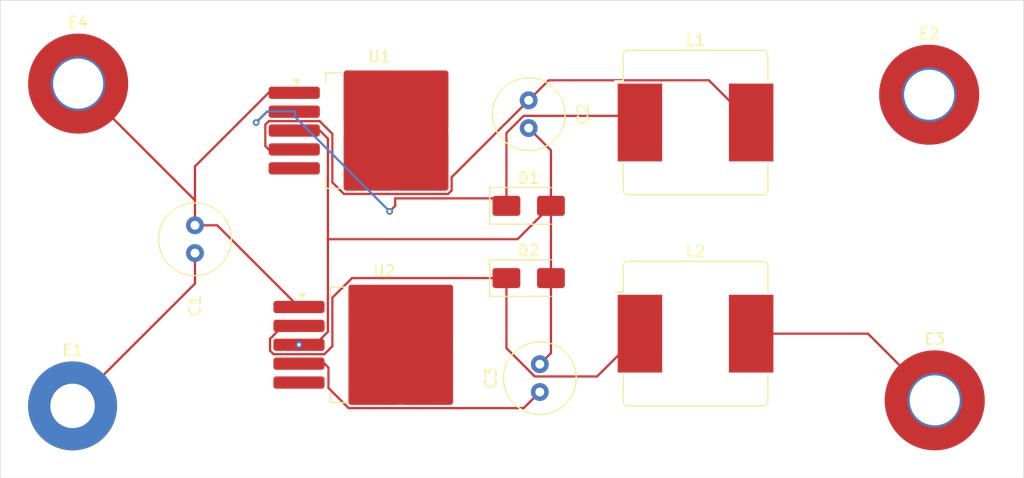
<source format=kicad_pcb>
(kicad_pcb (version 20240108) (generator "pcbnew") (generator_version "8.0")
  (layers (0 "F.Cu" signal) (31 "B.Cu" signal) (34 "B.Paste" user) (35 "F.Paste" user) (36 "B.SilkS" user "B.Silkscreen") (37 "F.SilkS" user "F.Silkscreen") (38 "B.Mask" user) (39 "F.Mask" user) (44 "Edge.Cuts" user))
  (net 0 "")
  (net 1 "GND")
  (net 2 "Net-(U1-VIN)")
  (net 3 "Net-(U1-FB)")
  (net 4 "<NO NET>")
  (net 5 "Net-(U2-FB)")
  (net 6 "Net-(D1-K)")
  (net 7 "Net-(D2-K)")
  (footprint "Package_TO_SOT_SMD:TO-263-5_TabPin3" (layer "F.Cu") (at 117 100.5)
    (property "Reference" "U2" (at 0 -6.65 0) (layer "F.SilkS"))
    (property "Value" "LM2596S-5")
    (fp_line (start -4.825 -5.2) (end -4.825 -4.25) (stroke (width 0.12)) (layer "F.SilkS"))
    (fp_line (start -4.825 5.2) (end -4.825 4.25) (stroke (width 0.12)) (layer "F.SilkS"))
    (fp_line (start -3.325 -5.2) (end -4.825 -5.2) (stroke (width 0.12)) (layer "F.SilkS"))
    (fp_line (start -3.325 5.2) (end -4.825 5.2) (stroke (width 0.12)) (layer "F.SilkS"))
    (fp_poly (pts (xy -7.3875 -4.25) (xy -7.6275 -4.58) (xy -7.1475 -4.58) (xy -7.3875 -4.25)) (stroke (width 0.12)) (fill solid) (layer "F.SilkS"))
    (pad "1" smd roundrect (at -7.65 -3.4) (size 4.6 1.1) (layers "F.Cu" "F.Paste" "F.Mask") (roundrect_rratio 0.227273) (net 2 "Net-(U1-VIN)"))
    (pad "2" smd roundrect (at -7.65 -1.7) (size 4.6 1.1) (layers "F.Cu" "F.Paste" "F.Mask") (roundrect_rratio 0.227273) (net 7 "Net-(D2-K)"))
    (pad "3" smd roundrect (at -7.65 0) (size 4.6 1.1) (layers "F.Cu" "F.Paste" "F.Mask") (roundrect_rratio 0.227273) (net 4 "<NO NET>"))
    (pad "3" smd roundrect (at -0.925 -2.775) (size 4.55 5.25) (layers "F.Cu" "F.Paste") (roundrect_rratio 0.054945) (net 4 "<NO NET>"))
    (pad "3" smd roundrect (at -0.925 2.775) (size 4.55 5.25) (layers "F.Cu" "F.Paste") (roundrect_rratio 0.054945) (net 4 "<NO NET>"))
    (pad "3" smd roundrect (at 1.5 0) (size 9.4 10.8) (layers "F.Cu" "F.Mask") (roundrect_rratio 0.026596) (net 4 "<NO NET>"))
    (pad "3" smd roundrect (at 3.925 -2.775) (size 4.55 5.25) (layers "F.Cu" "F.Paste") (roundrect_rratio 0.054945) (net 4 "<NO NET>"))
    (pad "3" smd roundrect (at 3.925 2.775) (size 4.55 5.25) (layers "F.Cu" "F.Paste") (roundrect_rratio 0.054945) (net 4 "<NO NET>"))
    (pad "4" smd roundrect (at -7.65 1.7) (size 4.6 1.1) (layers "F.Cu" "F.Paste" "F.Mask") (roundrect_rratio 0.227273) (net 5 "Net-(U2-FB)"))
    (pad "5" smd roundrect (at -7.65 3.4) (size 4.6 1.1) (layers "F.Cu" "F.Paste" "F.Mask") (roundrect_rratio 0.227273) (net 4 "<NO NET>"))
  )
  (footprint "Capacitor_THT:C_Radial_D6.3mm_H5.0mm_P2.50mm" (layer "F.Cu") (at 100 89.75 -90)
    (property "Reference" "C1" (at 7.25 0 90) (layer "F.SilkS"))
    (property "Value" "100 uF")
    (fp_circle (center 1.25 0) (end 4.52 0) (stroke (width 0.12)) (fill none) (layer "F.SilkS"))
    (pad "1" thru_hole circle (at 0 0 270) (size 1.6 1.6) (drill 0.8) (layers "*.Cu" "*.Mask") (net 2 "Net-(U1-VIN)"))
    (pad "2" thru_hole circle (at 2.5 0 270) (size 1.6 1.6) (drill 0.8) (layers "*.Cu" "*.Mask") (net 1 "GND"))
  )
  (footprint "Diode_SMD:D_SMA" (layer "F.Cu") (at 130 94.5)
    (property "Reference" "D2" (at 0 -2.5 0) (layer "F.SilkS"))
    (property "Value" "SS14")
    (fp_line (start -3.51 -1.65) (end -3.51 1.65) (stroke (width 0.12)) (layer "F.SilkS"))
    (fp_line (start -3.51 -1.65) (end 2 -1.65) (stroke (width 0.12)) (layer "F.SilkS"))
    (fp_line (start -3.51 1.65) (end 2 1.65) (stroke (width 0.12)) (layer "F.SilkS"))
    (pad "1" smd roundrect (at -2 0) (size 2.5 1.8) (layers "F.Cu" "F.Paste" "F.Mask") (roundrect_rratio 0.1388888889) (net 7 "Net-(D2-K)"))
    (pad "2" smd roundrect (at 2 0) (size 2.5 1.8) (layers "F.Cu" "F.Paste" "F.Mask") (roundrect_rratio 0.1388888889) (net 4 "<NO NET>"))
  )
  (footprint "MountingHole:MountingHole_4.5mm_Pad_TopOnly" (layer "F.Cu") (at 89.5 77)
    (property "Reference" "E4" (at 0 -5.5 0) (layer "F.SilkS"))
    (property "Value" "+12V")
    (pad "1" thru_hole circle (at 0 0) (size 4.9 4.9) (drill 4.5) (layers "*.Cu" "*.Mask") (net 2 "Net-(U1-VIN)"))
    (pad "1" connect circle (at 0 0) (size 9 9) (layers "F.Cu" "F.Mask") (net 2 "Net-(U1-VIN)"))
  )
  (footprint "MountingHole:MountingHole_4.5mm_Pad_TopOnly" (layer "F.Cu") (at 166.5 105.5)
    (property "Reference" "E3" (at 0 -5.5 0) (layer "F.SilkS"))
    (property "Value" "+5V")
    (pad "1" thru_hole circle (at 0 0) (size 4.9 4.9) (drill 4.5) (layers "*.Cu" "*.Mask") (net 5 "Net-(U2-FB)"))
    (pad "1" connect circle (at 0 0) (size 9 9) (layers "F.Cu" "F.Mask") (net 5 "Net-(U2-FB)"))
  )
  (footprint "MountingHole:MountingHole_4mm_Pad_TopBottom" (layer "F.Cu") (at 89 106)
    (property "Reference" "E1" (at 0 -5 0) (layer "F.SilkS"))
    (property "Value" "GND")
    (pad "1" thru_hole circle (at 0 0) (size 4.4 4.4) (drill 4) (layers "*.Cu" "*.Mask") (net 1 "GND"))
    (pad "1" connect circle (at 0 0) (size 8 8) (layers "F.Cu" "F.Mask") (net 1 "GND"))
    (pad "1" connect circle (at 0 0) (size 8 8) (layers "B.Cu" "B.Mask") (net 1 "GND"))
  )
  (footprint "Inductor_SMD:L_Bourns_SRR1208_12.7x12.7mm" (layer "F.Cu") (at 145 99.5)
    (property "Reference" "L2" (at 0 -7.4 0) (layer "F.SilkS"))
    (property "Value" "100 uH")
    (fp_line (start -6.5 -6.1) (end -6.5 -3.75) (stroke (width 0.12)) (layer "F.SilkS"))
    (fp_line (start -6.5 -3.75) (end -7.25 -3.75) (stroke (width 0.12)) (layer "F.SilkS"))
    (fp_line (start -6.5 3.75) (end -6.5 6.1) (stroke (width 0.12)) (layer "F.SilkS"))
    (fp_line (start -6.1 -6.5) (end 6.1 -6.5) (stroke (width 0.12)) (layer "F.SilkS"))
    (fp_line (start 6.1 6.5) (end -6.1 6.5) (stroke (width 0.12)) (layer "F.SilkS"))
    (fp_line (start 6.5 -6.1) (end 6.5 -3.75) (stroke (width 0.12)) (layer "F.SilkS"))
    (fp_line (start 6.5 3.75) (end 6.5 6.1) (stroke (width 0.12)) (layer "F.SilkS"))
    (fp_arc (start -6.5 -6.1) (mid -6.382843 -6.382843) (end -6.1 -6.5) (stroke (width 0.12)) (layer "F.SilkS"))
    (fp_arc (start -6.1 6.5) (mid -6.382843 6.382843) (end -6.5 6.1) (stroke (width 0.12)) (layer "F.SilkS"))
    (fp_arc (start 6.1 -6.5) (mid 6.382843 -6.382843) (end 6.5 -6.1) (stroke (width 0.12)) (layer "F.SilkS"))
    (fp_arc (start 6.5 6.1) (mid 6.382843 6.382843) (end 6.1 6.5) (stroke (width 0.12)) (layer "F.SilkS"))
    (pad "1" smd rect (at -5 0) (size 4 7) (layers "F.Cu" "F.Paste" "F.Mask") (net 7 "Net-(D2-K)"))
    (pad "2" smd rect (at 5 0) (size 4 7) (layers "F.Cu" "F.Paste" "F.Mask") (net 5 "Net-(U2-FB)"))
  )
  (footprint "Capacitor_THT:C_Radial_D6.3mm_H5.0mm_P2.50mm" (layer "F.Cu") (at 131 104.75 90)
    (property "Reference" "C3" (at 1.25 -4.4 90) (layer "F.SilkS"))
    (property "Value" "220 uF")
    (fp_circle (center 1.25 0) (end 4.52 0) (stroke (width 0.12)) (fill none) (layer "F.SilkS"))
    (pad "1" thru_hole circle (at 0 0 90) (size 1.6 1.6) (drill 0.8) (layers "*.Cu" "*.Mask") (net 5 "Net-(U2-FB)"))
    (pad "2" thru_hole circle (at 2.5 0 90) (size 1.6 1.6) (drill 0.8) (layers "*.Cu" "*.Mask") (net 4 "<NO NET>"))
  )
  (footprint "Inductor_SMD:L_Bourns_SRR1208_12.7x12.7mm" (layer "F.Cu") (at 145 80.5)
    (property "Reference" "L1" (at 0 -7.4 0) (layer "F.SilkS"))
    (property "Value" "33 uH")
    (fp_line (start -6.5 -6.1) (end -6.5 -3.75) (stroke (width 0.12)) (layer "F.SilkS"))
    (fp_line (start -6.5 -3.75) (end -7.25 -3.75) (stroke (width 0.12)) (layer "F.SilkS"))
    (fp_line (start -6.5 3.75) (end -6.5 6.1) (stroke (width 0.12)) (layer "F.SilkS"))
    (fp_line (start -6.1 -6.5) (end 6.1 -6.5) (stroke (width 0.12)) (layer "F.SilkS"))
    (fp_line (start 6.1 6.5) (end -6.1 6.5) (stroke (width 0.12)) (layer "F.SilkS"))
    (fp_line (start 6.5 -6.1) (end 6.5 -3.75) (stroke (width 0.12)) (layer "F.SilkS"))
    (fp_line (start 6.5 3.75) (end 6.5 6.1) (stroke (width 0.12)) (layer "F.SilkS"))
    (fp_arc (start -6.5 -6.1) (mid -6.382843 -6.382843) (end -6.1 -6.5) (stroke (width 0.12)) (layer "F.SilkS"))
    (fp_arc (start -6.1 6.5) (mid -6.382843 6.382843) (end -6.5 6.1) (stroke (width 0.12)) (layer "F.SilkS"))
    (fp_arc (start 6.1 -6.5) (mid 6.382843 -6.382843) (end 6.5 -6.1) (stroke (width 0.12)) (layer "F.SilkS"))
    (fp_arc (start 6.5 6.1) (mid 6.382843 6.382843) (end 6.1 6.5) (stroke (width 0.12)) (layer "F.SilkS"))
    (pad "1" smd rect (at -5 0) (size 4 7) (layers "F.Cu" "F.Paste" "F.Mask") (net 6 "Net-(D1-K)"))
    (pad "2" smd rect (at 5 0) (size 4 7) (layers "F.Cu" "F.Paste" "F.Mask") (net 3 "Net-(U1-FB)"))
  )
  (footprint "Package_TO_SOT_SMD:TO-263-5_TabPin3" (layer "F.Cu") (at 116.575 81.225)
    (property "Reference" "U1" (at 0 -6.65 0) (layer "F.SilkS"))
    (property "Value" "LM2596S-3.3")
    (fp_line (start -4.825 -5.2) (end -4.825 -4.25) (stroke (width 0.12)) (layer "F.SilkS"))
    (fp_line (start -4.825 5.2) (end -4.825 4.25) (stroke (width 0.12)) (layer "F.SilkS"))
    (fp_line (start -3.325 -5.2) (end -4.825 -5.2) (stroke (width 0.12)) (layer "F.SilkS"))
    (fp_line (start -3.325 5.2) (end -4.825 5.2) (stroke (width 0.12)) (layer "F.SilkS"))
    (fp_poly (pts (xy -7.3875 -4.25) (xy -7.6275 -4.58) (xy -7.1475 -4.58) (xy -7.3875 -4.25)) (stroke (width 0.12)) (fill solid) (layer "F.SilkS"))
    (pad "1" smd roundrect (at -7.65 -3.4) (size 4.6 1.1) (layers "F.Cu" "F.Paste" "F.Mask") (roundrect_rratio 0.227273) (net 2 "Net-(U1-VIN)"))
    (pad "2" smd roundrect (at -7.65 -1.7) (size 4.6 1.1) (layers "F.Cu" "F.Paste" "F.Mask") (roundrect_rratio 0.227273) (net 6 "Net-(D1-K)"))
    (pad "3" smd roundrect (at -7.65 0) (size 4.6 1.1) (layers "F.Cu" "F.Paste" "F.Mask") (roundrect_rratio 0.227273) (net 4 "<NO NET>"))
    (pad "3" smd roundrect (at -0.925 -2.775) (size 4.55 5.25) (layers "F.Cu" "F.Paste") (roundrect_rratio 0.054945) (net 4 "<NO NET>"))
    (pad "3" smd roundrect (at -0.925 2.775) (size 4.55 5.25) (layers "F.Cu" "F.Paste") (roundrect_rratio 0.054945) (net 4 "<NO NET>"))
    (pad "3" smd roundrect (at 1.5 0) (size 9.4 10.8) (layers "F.Cu" "F.Mask") (roundrect_rratio 0.026596) (net 4 "<NO NET>"))
    (pad "3" smd roundrect (at 3.925 -2.775) (size 4.55 5.25) (layers "F.Cu" "F.Paste") (roundrect_rratio 0.054945) (net 4 "<NO NET>"))
    (pad "3" smd roundrect (at 3.925 2.775) (size 4.55 5.25) (layers "F.Cu" "F.Paste") (roundrect_rratio 0.054945) (net 4 "<NO NET>"))
    (pad "4" smd roundrect (at -7.65 1.7) (size 4.6 1.1) (layers "F.Cu" "F.Paste" "F.Mask") (roundrect_rratio 0.227273) (net 3 "Net-(U1-FB)"))
    (pad "5" smd roundrect (at -7.65 3.4) (size 4.6 1.1) (layers "F.Cu" "F.Paste" "F.Mask") (roundrect_rratio 0.227273) (net 4 "<NO NET>"))
  )
  (footprint "MountingHole:MountingHole_4.5mm_Pad_TopOnly" (layer "F.Cu") (at 166 78)
    (property "Reference" "E2" (at 0 -5.5 0) (layer "F.SilkS"))
    (property "Value" "+5V")
    (pad "1" thru_hole circle (at 0 0) (size 4.9 4.9) (drill 4.5) (layers "*.Cu" "*.Mask") (net 3 "Net-(U1-FB)"))
    (pad "1" connect circle (at 0 0) (size 9 9) (layers "F.Cu" "F.Mask") (net 3 "Net-(U1-FB)"))
  )
  (footprint "Diode_SMD:D_SMA" (layer "F.Cu") (at 130 88)
    (property "Reference" "D1" (at 0 -2.5 0) (layer "F.SilkS"))
    (property "Value" "SS14")
    (fp_line (start -3.51 -1.65) (end -3.51 1.65) (stroke (width 0.12)) (layer "F.SilkS"))
    (fp_line (start -3.51 -1.65) (end 2 -1.65) (stroke (width 0.12)) (layer "F.SilkS"))
    (fp_line (start -3.51 1.65) (end 2 1.65) (stroke (width 0.12)) (layer "F.SilkS"))
    (pad "1" smd roundrect (at -2 0) (size 2.5 1.8) (layers "F.Cu" "F.Paste" "F.Mask") (roundrect_rratio 0.1388888889) (net 6 "Net-(D1-K)"))
    (pad "2" smd roundrect (at 2 0) (size 2.5 1.8) (layers "F.Cu" "F.Paste" "F.Mask") (roundrect_rratio 0.1388888889) (net 4 "<NO NET>"))
  )
  (footprint "Capacitor_THT:C_Radial_D6.3mm_H5.0mm_P2.50mm" (layer "F.Cu") (at 130 78.5 -90)
    (property "Reference" "C2" (at 1.245 -4.9 90) (layer "F.SilkS"))
    (property "Value" "330 uF")
    (fp_circle (center 1.25 0) (end 4.52 0) (stroke (width 0.12)) (fill none) (layer "F.SilkS"))
    (pad "1" thru_hole circle (at 0 0 270) (size 1.6 1.6) (drill 0.8) (layers "*.Cu" "*.Mask") (net 3 "Net-(U1-FB)"))
    (pad "2" thru_hole circle (at 2.5 0 270) (size 1.6 1.6) (drill 0.8) (layers "*.Cu" "*.Mask") (net 4 "<NO NET>"))
  )
  (gr_rect (start 82.5 69.5) (end 174.5 112.5) (stroke (width 0.05)) (fill none) (layer "Edge.Cuts"))
  (segment (start 89 106) (end 100 95) (width 0.2) (layer "F.Cu") (net 1))
  (segment (start 100 95) (end 100 92.25) (width 0.2) (layer "F.Cu") (net 1))
  (segment (start 100 87.5) (end 100 84.45) (width 0.2) (layer "F.Cu") (net 2))
  (segment (start 100 84.45) (end 106.625 77.825) (width 0.2) (layer "F.Cu") (net 2))
  (segment (start 106.625 77.825) (end 108.925 77.825) (width 0.2) (layer "F.Cu") (net 2))
  (segment (start 102 89.75) (end 109.35 97.1) (width 0.2) (layer "F.Cu") (net 2))
  (segment (start 89.5 77) (end 100 87.5) (width 0.2) (layer "F.Cu") (net 2))
  (segment (start 100 89.75) (end 102 89.75) (width 0.2) (layer "F.Cu") (net 2))
  (segment (start 100 87.5) (end 100 89.75) (width 0.2) (layer "F.Cu") (net 2))
  (segment (start 106.325 82.625) (end 106.625 82.925) (width 0.2) (layer "F.Cu") (net 3))
  (segment (start 130 78.5) (end 131.8 76.7) (width 0.2) (layer "F.Cu") (net 3))
  (segment (start 123.075 86.609744) (end 122.759744 86.925) (width 0.2) (layer "F.Cu") (net 3))
  (segment (start 112.35 85.884744) (end 112.35 81.515256) (width 0.2) (layer "F.Cu") (net 3))
  (segment (start 106.325 80.690256) (end 106.325 82.625) (width 0.2) (layer "F.Cu") (net 3))
  (segment (start 123.075 85.425) (end 123.075 86.609744) (width 0.2) (layer "F.Cu") (net 3))
  (segment (start 106.625 82.925) (end 108.925 82.925) (width 0.2) (layer "F.Cu") (net 3))
  (segment (start 130 78.5) (end 123.075 85.425) (width 0.2) (layer "F.Cu") (net 3))
  (segment (start 131.8 76.7) (end 146.2 76.7) (width 0.2) (layer "F.Cu") (net 3))
  (segment (start 106.640256 80.375) (end 106.325 80.690256) (width 0.2) (layer "F.Cu") (net 3))
  (segment (start 146.2 76.7) (end 150 80.5) (width 0.2) (layer "F.Cu") (net 3))
  (segment (start 113.390256 86.925) (end 112.35 85.884744) (width 0.2) (layer "F.Cu") (net 3))
  (segment (start 112.35 81.515256) (end 111.209744 80.375) (width 0.2) (layer "F.Cu") (net 3))
  (segment (start 111.209744 80.375) (end 106.640256 80.375) (width 0.2) (layer "F.Cu") (net 3))
  (segment (start 122.759744 86.925) (end 113.390256 86.925) (width 0.2) (layer "F.Cu") (net 3))
  (segment (start 111.95 99.334744) (end 110.784744 100.5) (width 0.2) (layer "F.Cu") (net 4))
  (segment (start 132 95.5) (end 132 101.25) (width 0.2) (layer "F.Cu") (net 4))
  (segment (start 132 88) (end 132 95.5) (width 0.2) (layer "F.Cu") (net 4))
  (segment (start 110.784744 100.5) (end 109.35 100.5) (width 0.2) (layer "F.Cu") (net 4))
  (segment (start 132 88) (end 132 83) (width 0.2) (layer "F.Cu") (net 4))
  (segment (start 111.225 81.225) (end 111.95 81.95) (width 0.2) (layer "F.Cu") (net 4))
  (segment (start 132 88) (end 129 91) (width 0.2) (layer "F.Cu") (net 4))
  (segment (start 132 94.5) (end 132 95.5) (width 0.2) (layer "F.Cu") (net 4))
  (segment (start 111.95 91) (end 111.95 99.334744) (width 0.2) (layer "F.Cu") (net 4))
  (segment (start 108.925 81.225) (end 111.225 81.225) (width 0.2) (layer "F.Cu") (net 4))
  (segment (start 111.95 81.95) (end 111.95 91) (width 0.2) (layer "F.Cu") (net 4))
  (segment (start 132 101.25) (end 131 102.25) (width 0.2) (layer "F.Cu") (net 4))
  (segment (start 129 91) (end 111.95 91) (width 0.2) (layer "F.Cu") (net 4))
  (segment (start 132 83) (end 130 81) (width 0.2) (layer "F.Cu") (net 4))
  (via (at 109.35 100.5) (size 0.6) (drill 0.3) (layers "F.Cu" "B.Cu") (net 4))
  (segment (start 112 104.384744) (end 112 102.55) (width 0.2) (layer "F.Cu") (net 5))
  (segment (start 111.65 102.2) (end 109.35 102.2) (width 0.2) (layer "F.Cu") (net 5))
  (segment (start 129.55 106.2) (end 113.815256 106.2) (width 0.2) (layer "F.Cu") (net 5))
  (segment (start 160.5 99.5) (end 166.5 105.5) (width 0.2) (layer "F.Cu") (net 5))
  (segment (start 113.815256 106.2) (end 112 104.384744) (width 0.2) (layer "F.Cu") (net 5))
  (segment (start 131 104.75) (end 129.55 106.2) (width 0.2) (layer "F.Cu") (net 5))
  (segment (start 112 102.55) (end 111.65 102.2) (width 0.2) (layer "F.Cu") (net 5))
  (segment (start 150 99.5) (end 160.5 99.5) (width 0.2) (layer "F.Cu") (net 5))
  (segment (start 106.475 79.525) (end 108.925 79.525) (width 0.2) (layer "F.Cu") (net 6))
  (segment (start 128 88) (end 128 81.444365) (width 0.2) (layer "F.Cu") (net 6))
  (segment (start 128 88) (end 127.325 87.325) (width 0.2) (layer "F.Cu") (net 6))
  (segment (start 105.5 80.5) (end 106.475 79.525) (width 0.2) (layer "F.Cu") (net 6))
  (segment (start 118 88) (end 117.5 88.5) (width 0.2) (layer "F.Cu") (net 6))
  (segment (start 118 87.325) (end 118 88) (width 0.2) (layer "F.Cu") (net 6))
  (segment (start 139.4 79.9) (end 140 80.5) (width 0.2) (layer "F.Cu") (net 6))
  (segment (start 127.325 87.325) (end 118 87.325) (width 0.2) (layer "F.Cu") (net 6))
  (segment (start 128 81.444365) (end 129.544365 79.9) (width 0.2) (layer "F.Cu") (net 6))
  (segment (start 129.544365 79.9) (end 139.4 79.9) (width 0.2) (layer "F.Cu") (net 6))
  (via (at 117.5 88.5) (size 0.6) (drill 0.3) (layers "F.Cu" "B.Cu") (net 6))
  (via (at 105.5 80.5) (size 0.6) (drill 0.3) (layers "F.Cu" "B.Cu") (net 6))
  (segment (start 106.5 79.5) (end 105.5 80.5) (width 0.2) (layer "B.Cu") (net 6))
  (segment (start 109 80) (end 109 79.5) (width 0.2) (layer "B.Cu") (net 6))
  (segment (start 109 79.5) (end 106.5 79.5) (width 0.2) (layer "B.Cu") (net 6))
  (segment (start 117.5 88.5) (end 109 80) (width 0.2) (layer "B.Cu") (net 6))
  (segment (start 106.75 99.965256) (end 107.915256 98.8) (width 0.2) (layer "F.Cu") (net 7))
  (segment (start 111.634744 101.35) (end 107.065256 101.35) (width 0.2) (layer "F.Cu") (net 7))
  (segment (start 106.75 101.034744) (end 106.75 99.965256) (width 0.2) (layer "F.Cu") (net 7))
  (segment (start 107.065256 101.35) (end 106.75 101.034744) (width 0.2) (layer "F.Cu") (net 7))
  (segment (start 130.544365 103.35) (end 128 100.805635) (width 0.2) (layer "F.Cu") (net 7))
  (segment (start 136.15 103.35) (end 130.544365 103.35) (width 0.2) (layer "F.Cu") (net 7))
  (segment (start 112.35 96.265256) (end 112.35 100.634744) (width 0.2) (layer "F.Cu") (net 7))
  (segment (start 107.915256 98.8) (end 109.35 98.8) (width 0.2) (layer "F.Cu") (net 7))
  (segment (start 128 94.5) (end 114.115256 94.5) (width 0.2) (layer "F.Cu") (net 7))
  (segment (start 140 99.5) (end 136.15 103.35) (width 0.2) (layer "F.Cu") (net 7))
  (segment (start 112.35 100.634744) (end 111.634744 101.35) (width 0.2) (layer "F.Cu") (net 7))
  (segment (start 128 100.805635) (end 128 94.5) (width 0.2) (layer "F.Cu") (net 7))
  (segment (start 114.115256 94.5) (end 112.35 96.265256) (width 0.2) (layer "F.Cu") (net 7))
)
</source>
